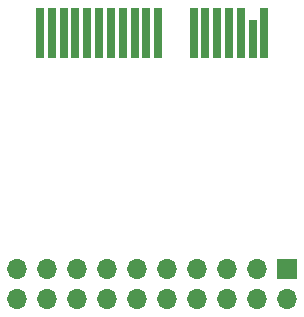
<source format=gbr>
%TF.GenerationSoftware,KiCad,Pcbnew,7.0.7-7.0.7~ubuntu22.04.1*%
%TF.CreationDate,2023-10-27T12:25:06+02:00*%
%TF.ProjectId,logic_probe,6c6f6769-635f-4707-926f-62652e6b6963,rev?*%
%TF.SameCoordinates,Original*%
%TF.FileFunction,Soldermask,Bot*%
%TF.FilePolarity,Negative*%
%FSLAX46Y46*%
G04 Gerber Fmt 4.6, Leading zero omitted, Abs format (unit mm)*
G04 Created by KiCad (PCBNEW 7.0.7-7.0.7~ubuntu22.04.1) date 2023-10-27 12:25:06*
%MOMM*%
%LPD*%
G01*
G04 APERTURE LIST*
%ADD10R,1.700000X1.700000*%
%ADD11O,1.700000X1.700000*%
%ADD12R,0.700000X4.300000*%
%ADD13R,0.700000X3.200000*%
G04 APERTURE END LIST*
D10*
%TO.C,J2*%
X111435000Y-102350000D03*
D11*
X111435000Y-104890000D03*
X108895000Y-102350000D03*
X108895000Y-104890000D03*
X106355000Y-102350000D03*
X106355000Y-104890000D03*
X103815000Y-102350000D03*
X103815000Y-104890000D03*
X101275000Y-102350000D03*
X101275000Y-104890000D03*
X98735000Y-102350000D03*
X98735000Y-104890000D03*
X96195000Y-102350000D03*
X96195000Y-104890000D03*
X93655000Y-102350000D03*
X93655000Y-104890000D03*
X91115000Y-102350000D03*
X91115000Y-104890000D03*
X88575000Y-102350000D03*
X88575000Y-104890000D03*
%TD*%
D12*
%TO.C,J1*%
X109500000Y-82300000D03*
D13*
X108500000Y-82850000D03*
D12*
X107500000Y-82300000D03*
X106500000Y-82300000D03*
X105500000Y-82300000D03*
X104500000Y-82300000D03*
X103500000Y-82300000D03*
X100500000Y-82300000D03*
X99500000Y-82300000D03*
X98500000Y-82300000D03*
X97500000Y-82300000D03*
X96500000Y-82300000D03*
X95500000Y-82300000D03*
X94500000Y-82300000D03*
X93500000Y-82300000D03*
X92500000Y-82300000D03*
X91500000Y-82300000D03*
X90500000Y-82300000D03*
%TD*%
M02*

</source>
